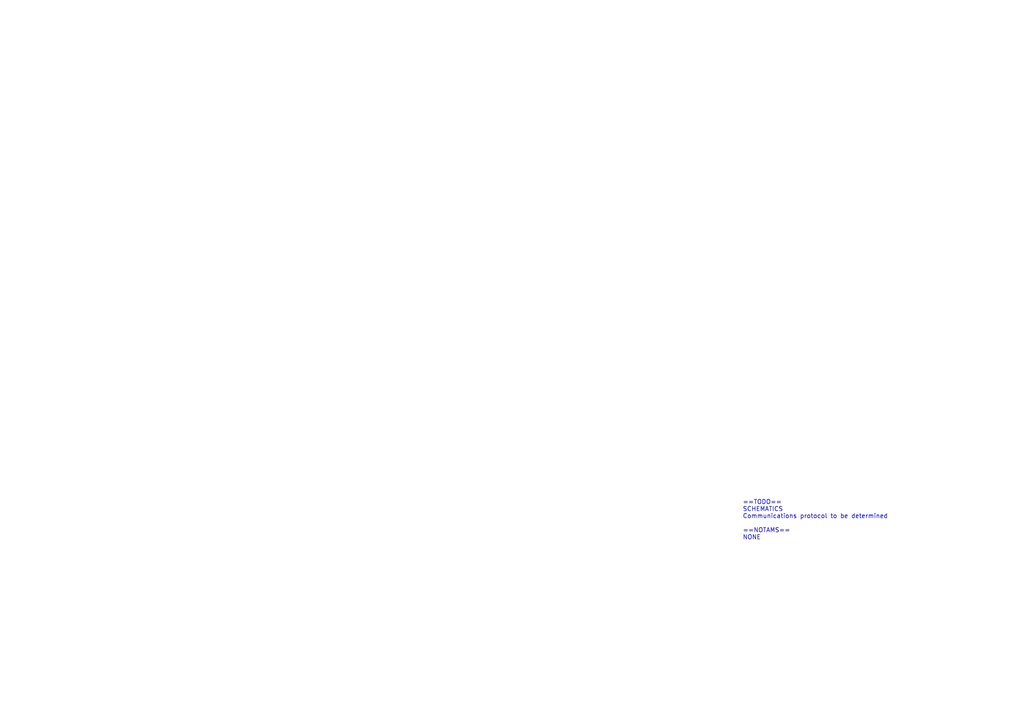
<source format=kicad_sch>
(kicad_sch
	(version 20231120)
	(generator "eeschema")
	(generator_version "8.0")
	(uuid "bfb450c3-75ff-4caf-83b2-42ebacd5d9e8")
	(paper "A4")
	(title_block
		(title "MQ Rover Controller")
		(date "2024-12-23")
		(rev "A")
		(company "Sierra Engineering Design")
		(comment 1 "Rev. A Initial release")
	)
	(lib_symbols)
	(text "==TODO==\nSCHEMATICS\nCommunications protocol to be determined\n\n==NOTAMS==\nNONE"
		(exclude_from_sim no)
		(at 215.392 150.876 0)
		(effects
			(font
				(size 1.27 1.27)
			)
			(justify left)
		)
		(uuid "f0584d68-2171-4b07-98d2-847b56df2737")
	)
)

</source>
